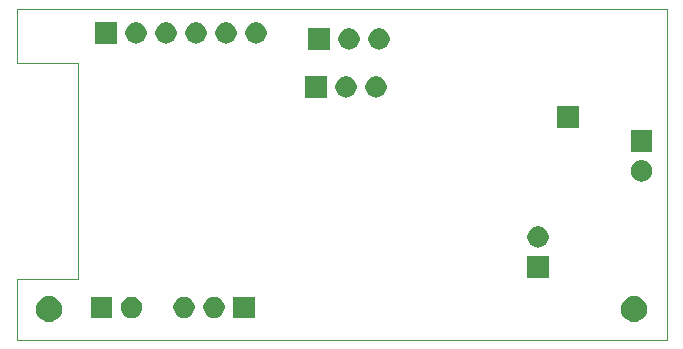
<source format=gbr>
%TF.GenerationSoftware,KiCad,Pcbnew,(5.1.5)-3*%
%TF.CreationDate,2021-03-07T11:31:16-06:00*%
%TF.ProjectId,RTL8720DN multi function board,52544c38-3732-4304-944e-206d756c7469,rev?*%
%TF.SameCoordinates,Original*%
%TF.FileFunction,Soldermask,Bot*%
%TF.FilePolarity,Negative*%
%FSLAX46Y46*%
G04 Gerber Fmt 4.6, Leading zero omitted, Abs format (unit mm)*
G04 Created by KiCad (PCBNEW (5.1.5)-3) date 2021-03-07 11:31:16*
%MOMM*%
%LPD*%
G04 APERTURE LIST*
%ADD10C,0.120000*%
%ADD11C,0.100000*%
G04 APERTURE END LIST*
D10*
X120550000Y-90420000D02*
X120550000Y-108712000D01*
X120550000Y-108712000D02*
X115400000Y-108712000D01*
X115400000Y-90420000D02*
X120550000Y-90420000D01*
X115400000Y-108712000D02*
X115400000Y-113885000D01*
X170400000Y-113885000D02*
X170400000Y-85885000D01*
X115400000Y-113885000D02*
X170400000Y-113885000D01*
X115400000Y-85885000D02*
X115400000Y-90420000D01*
X170400000Y-85885000D02*
X115400000Y-85885000D01*
D11*
G36*
X167854794Y-110172155D02*
G01*
X167961150Y-110193311D01*
X168035239Y-110224000D01*
X168161520Y-110276307D01*
X168341844Y-110396795D01*
X168495205Y-110550156D01*
X168615693Y-110730480D01*
X168615693Y-110730481D01*
X168670249Y-110862189D01*
X168698689Y-110930851D01*
X168741000Y-111143560D01*
X168741000Y-111360440D01*
X168698689Y-111573149D01*
X168615693Y-111773520D01*
X168495205Y-111953844D01*
X168341844Y-112107205D01*
X168161520Y-112227693D01*
X167961150Y-112310689D01*
X167854794Y-112331845D01*
X167748440Y-112353000D01*
X167531560Y-112353000D01*
X167425206Y-112331845D01*
X167318850Y-112310689D01*
X167118480Y-112227693D01*
X166938156Y-112107205D01*
X166784795Y-111953844D01*
X166664307Y-111773520D01*
X166581311Y-111573149D01*
X166539000Y-111360440D01*
X166539000Y-111143560D01*
X166581311Y-110930851D01*
X166609752Y-110862189D01*
X166664307Y-110730481D01*
X166664307Y-110730480D01*
X166784795Y-110550156D01*
X166938156Y-110396795D01*
X167118480Y-110276307D01*
X167244761Y-110224000D01*
X167318850Y-110193311D01*
X167425206Y-110172155D01*
X167531560Y-110151000D01*
X167748440Y-110151000D01*
X167854794Y-110172155D01*
G37*
G36*
X118324794Y-110172155D02*
G01*
X118431150Y-110193311D01*
X118505239Y-110224000D01*
X118631520Y-110276307D01*
X118811844Y-110396795D01*
X118965205Y-110550156D01*
X119085693Y-110730480D01*
X119085693Y-110730481D01*
X119140249Y-110862189D01*
X119168689Y-110930851D01*
X119211000Y-111143560D01*
X119211000Y-111360440D01*
X119168689Y-111573149D01*
X119085693Y-111773520D01*
X118965205Y-111953844D01*
X118811844Y-112107205D01*
X118631520Y-112227693D01*
X118431150Y-112310689D01*
X118324794Y-112331845D01*
X118218440Y-112353000D01*
X118001560Y-112353000D01*
X117895206Y-112331845D01*
X117788850Y-112310689D01*
X117588480Y-112227693D01*
X117408156Y-112107205D01*
X117254795Y-111953844D01*
X117134307Y-111773520D01*
X117051311Y-111573149D01*
X117009000Y-111360440D01*
X117009000Y-111143560D01*
X117051311Y-110930851D01*
X117079752Y-110862189D01*
X117134307Y-110730481D01*
X117134307Y-110730480D01*
X117254795Y-110550156D01*
X117408156Y-110396795D01*
X117588480Y-110276307D01*
X117714761Y-110224000D01*
X117788850Y-110193311D01*
X117895206Y-110172155D01*
X118001560Y-110151000D01*
X118218440Y-110151000D01*
X118324794Y-110172155D01*
G37*
G36*
X135521000Y-112026000D02*
G01*
X133719000Y-112026000D01*
X133719000Y-110224000D01*
X135521000Y-110224000D01*
X135521000Y-112026000D01*
G37*
G36*
X132193512Y-110228927D02*
G01*
X132342812Y-110258624D01*
X132506784Y-110326544D01*
X132654354Y-110425147D01*
X132779853Y-110550646D01*
X132878456Y-110698216D01*
X132946376Y-110862188D01*
X132981000Y-111036259D01*
X132981000Y-111213741D01*
X132946376Y-111387812D01*
X132878456Y-111551784D01*
X132779853Y-111699354D01*
X132654354Y-111824853D01*
X132506784Y-111923456D01*
X132342812Y-111991376D01*
X132193512Y-112021073D01*
X132168742Y-112026000D01*
X131991258Y-112026000D01*
X131966488Y-112021073D01*
X131817188Y-111991376D01*
X131653216Y-111923456D01*
X131505646Y-111824853D01*
X131380147Y-111699354D01*
X131281544Y-111551784D01*
X131213624Y-111387812D01*
X131179000Y-111213741D01*
X131179000Y-111036259D01*
X131213624Y-110862188D01*
X131281544Y-110698216D01*
X131380147Y-110550646D01*
X131505646Y-110425147D01*
X131653216Y-110326544D01*
X131817188Y-110258624D01*
X131966488Y-110228927D01*
X131991258Y-110224000D01*
X132168742Y-110224000D01*
X132193512Y-110228927D01*
G37*
G36*
X129653512Y-110228927D02*
G01*
X129802812Y-110258624D01*
X129966784Y-110326544D01*
X130114354Y-110425147D01*
X130239853Y-110550646D01*
X130338456Y-110698216D01*
X130406376Y-110862188D01*
X130441000Y-111036259D01*
X130441000Y-111213741D01*
X130406376Y-111387812D01*
X130338456Y-111551784D01*
X130239853Y-111699354D01*
X130114354Y-111824853D01*
X129966784Y-111923456D01*
X129802812Y-111991376D01*
X129653512Y-112021073D01*
X129628742Y-112026000D01*
X129451258Y-112026000D01*
X129426488Y-112021073D01*
X129277188Y-111991376D01*
X129113216Y-111923456D01*
X128965646Y-111824853D01*
X128840147Y-111699354D01*
X128741544Y-111551784D01*
X128673624Y-111387812D01*
X128639000Y-111213741D01*
X128639000Y-111036259D01*
X128673624Y-110862188D01*
X128741544Y-110698216D01*
X128840147Y-110550646D01*
X128965646Y-110425147D01*
X129113216Y-110326544D01*
X129277188Y-110258624D01*
X129426488Y-110228927D01*
X129451258Y-110224000D01*
X129628742Y-110224000D01*
X129653512Y-110228927D01*
G37*
G36*
X123456000Y-112026000D02*
G01*
X121654000Y-112026000D01*
X121654000Y-110224000D01*
X123456000Y-110224000D01*
X123456000Y-112026000D01*
G37*
G36*
X125208512Y-110228927D02*
G01*
X125357812Y-110258624D01*
X125521784Y-110326544D01*
X125669354Y-110425147D01*
X125794853Y-110550646D01*
X125893456Y-110698216D01*
X125961376Y-110862188D01*
X125996000Y-111036259D01*
X125996000Y-111213741D01*
X125961376Y-111387812D01*
X125893456Y-111551784D01*
X125794853Y-111699354D01*
X125669354Y-111824853D01*
X125521784Y-111923456D01*
X125357812Y-111991376D01*
X125208512Y-112021073D01*
X125183742Y-112026000D01*
X125006258Y-112026000D01*
X124981488Y-112021073D01*
X124832188Y-111991376D01*
X124668216Y-111923456D01*
X124520646Y-111824853D01*
X124395147Y-111699354D01*
X124296544Y-111551784D01*
X124228624Y-111387812D01*
X124194000Y-111213741D01*
X124194000Y-111036259D01*
X124228624Y-110862188D01*
X124296544Y-110698216D01*
X124395147Y-110550646D01*
X124520646Y-110425147D01*
X124668216Y-110326544D01*
X124832188Y-110258624D01*
X124981488Y-110228927D01*
X125006258Y-110224000D01*
X125183742Y-110224000D01*
X125208512Y-110228927D01*
G37*
G36*
X160413000Y-108597000D02*
G01*
X158611000Y-108597000D01*
X158611000Y-106795000D01*
X160413000Y-106795000D01*
X160413000Y-108597000D01*
G37*
G36*
X159625512Y-104259927D02*
G01*
X159774812Y-104289624D01*
X159938784Y-104357544D01*
X160086354Y-104456147D01*
X160211853Y-104581646D01*
X160310456Y-104729216D01*
X160378376Y-104893188D01*
X160413000Y-105067259D01*
X160413000Y-105244741D01*
X160378376Y-105418812D01*
X160310456Y-105582784D01*
X160211853Y-105730354D01*
X160086354Y-105855853D01*
X159938784Y-105954456D01*
X159774812Y-106022376D01*
X159625512Y-106052073D01*
X159600742Y-106057000D01*
X159423258Y-106057000D01*
X159398488Y-106052073D01*
X159249188Y-106022376D01*
X159085216Y-105954456D01*
X158937646Y-105855853D01*
X158812147Y-105730354D01*
X158713544Y-105582784D01*
X158645624Y-105418812D01*
X158611000Y-105244741D01*
X158611000Y-105067259D01*
X158645624Y-104893188D01*
X158713544Y-104729216D01*
X158812147Y-104581646D01*
X158937646Y-104456147D01*
X159085216Y-104357544D01*
X159249188Y-104289624D01*
X159398488Y-104259927D01*
X159423258Y-104255000D01*
X159600742Y-104255000D01*
X159625512Y-104259927D01*
G37*
G36*
X168388512Y-98671927D02*
G01*
X168537812Y-98701624D01*
X168701784Y-98769544D01*
X168849354Y-98868147D01*
X168974853Y-98993646D01*
X169073456Y-99141216D01*
X169141376Y-99305188D01*
X169176000Y-99479259D01*
X169176000Y-99656741D01*
X169141376Y-99830812D01*
X169073456Y-99994784D01*
X168974853Y-100142354D01*
X168849354Y-100267853D01*
X168701784Y-100366456D01*
X168537812Y-100434376D01*
X168388512Y-100464073D01*
X168363742Y-100469000D01*
X168186258Y-100469000D01*
X168161488Y-100464073D01*
X168012188Y-100434376D01*
X167848216Y-100366456D01*
X167700646Y-100267853D01*
X167575147Y-100142354D01*
X167476544Y-99994784D01*
X167408624Y-99830812D01*
X167374000Y-99656741D01*
X167374000Y-99479259D01*
X167408624Y-99305188D01*
X167476544Y-99141216D01*
X167575147Y-98993646D01*
X167700646Y-98868147D01*
X167848216Y-98769544D01*
X168012188Y-98701624D01*
X168161488Y-98671927D01*
X168186258Y-98667000D01*
X168363742Y-98667000D01*
X168388512Y-98671927D01*
G37*
G36*
X169176000Y-97929000D02*
G01*
X167374000Y-97929000D01*
X167374000Y-96127000D01*
X169176000Y-96127000D01*
X169176000Y-97929000D01*
G37*
G36*
X162953000Y-95897000D02*
G01*
X161151000Y-95897000D01*
X161151000Y-94095000D01*
X162953000Y-94095000D01*
X162953000Y-95897000D01*
G37*
G36*
X145909512Y-91559927D02*
G01*
X146058812Y-91589624D01*
X146222784Y-91657544D01*
X146370354Y-91756147D01*
X146495853Y-91881646D01*
X146594456Y-92029216D01*
X146662376Y-92193188D01*
X146697000Y-92367259D01*
X146697000Y-92544741D01*
X146662376Y-92718812D01*
X146594456Y-92882784D01*
X146495853Y-93030354D01*
X146370354Y-93155853D01*
X146222784Y-93254456D01*
X146058812Y-93322376D01*
X145909512Y-93352073D01*
X145884742Y-93357000D01*
X145707258Y-93357000D01*
X145682488Y-93352073D01*
X145533188Y-93322376D01*
X145369216Y-93254456D01*
X145221646Y-93155853D01*
X145096147Y-93030354D01*
X144997544Y-92882784D01*
X144929624Y-92718812D01*
X144895000Y-92544741D01*
X144895000Y-92367259D01*
X144929624Y-92193188D01*
X144997544Y-92029216D01*
X145096147Y-91881646D01*
X145221646Y-91756147D01*
X145369216Y-91657544D01*
X145533188Y-91589624D01*
X145682488Y-91559927D01*
X145707258Y-91555000D01*
X145884742Y-91555000D01*
X145909512Y-91559927D01*
G37*
G36*
X141617000Y-93357000D02*
G01*
X139815000Y-93357000D01*
X139815000Y-91555000D01*
X141617000Y-91555000D01*
X141617000Y-93357000D01*
G37*
G36*
X143369512Y-91559927D02*
G01*
X143518812Y-91589624D01*
X143682784Y-91657544D01*
X143830354Y-91756147D01*
X143955853Y-91881646D01*
X144054456Y-92029216D01*
X144122376Y-92193188D01*
X144157000Y-92367259D01*
X144157000Y-92544741D01*
X144122376Y-92718812D01*
X144054456Y-92882784D01*
X143955853Y-93030354D01*
X143830354Y-93155853D01*
X143682784Y-93254456D01*
X143518812Y-93322376D01*
X143369512Y-93352073D01*
X143344742Y-93357000D01*
X143167258Y-93357000D01*
X143142488Y-93352073D01*
X142993188Y-93322376D01*
X142829216Y-93254456D01*
X142681646Y-93155853D01*
X142556147Y-93030354D01*
X142457544Y-92882784D01*
X142389624Y-92718812D01*
X142355000Y-92544741D01*
X142355000Y-92367259D01*
X142389624Y-92193188D01*
X142457544Y-92029216D01*
X142556147Y-91881646D01*
X142681646Y-91756147D01*
X142829216Y-91657544D01*
X142993188Y-91589624D01*
X143142488Y-91559927D01*
X143167258Y-91555000D01*
X143344742Y-91555000D01*
X143369512Y-91559927D01*
G37*
G36*
X141871000Y-89293000D02*
G01*
X140069000Y-89293000D01*
X140069000Y-87491000D01*
X141871000Y-87491000D01*
X141871000Y-89293000D01*
G37*
G36*
X143623512Y-87495927D02*
G01*
X143772812Y-87525624D01*
X143936784Y-87593544D01*
X144084354Y-87692147D01*
X144209853Y-87817646D01*
X144308456Y-87965216D01*
X144376376Y-88129188D01*
X144411000Y-88303259D01*
X144411000Y-88480741D01*
X144376376Y-88654812D01*
X144308456Y-88818784D01*
X144209853Y-88966354D01*
X144084354Y-89091853D01*
X143936784Y-89190456D01*
X143772812Y-89258376D01*
X143623512Y-89288073D01*
X143598742Y-89293000D01*
X143421258Y-89293000D01*
X143396488Y-89288073D01*
X143247188Y-89258376D01*
X143083216Y-89190456D01*
X142935646Y-89091853D01*
X142810147Y-88966354D01*
X142711544Y-88818784D01*
X142643624Y-88654812D01*
X142609000Y-88480741D01*
X142609000Y-88303259D01*
X142643624Y-88129188D01*
X142711544Y-87965216D01*
X142810147Y-87817646D01*
X142935646Y-87692147D01*
X143083216Y-87593544D01*
X143247188Y-87525624D01*
X143396488Y-87495927D01*
X143421258Y-87491000D01*
X143598742Y-87491000D01*
X143623512Y-87495927D01*
G37*
G36*
X146163512Y-87495927D02*
G01*
X146312812Y-87525624D01*
X146476784Y-87593544D01*
X146624354Y-87692147D01*
X146749853Y-87817646D01*
X146848456Y-87965216D01*
X146916376Y-88129188D01*
X146951000Y-88303259D01*
X146951000Y-88480741D01*
X146916376Y-88654812D01*
X146848456Y-88818784D01*
X146749853Y-88966354D01*
X146624354Y-89091853D01*
X146476784Y-89190456D01*
X146312812Y-89258376D01*
X146163512Y-89288073D01*
X146138742Y-89293000D01*
X145961258Y-89293000D01*
X145936488Y-89288073D01*
X145787188Y-89258376D01*
X145623216Y-89190456D01*
X145475646Y-89091853D01*
X145350147Y-88966354D01*
X145251544Y-88818784D01*
X145183624Y-88654812D01*
X145149000Y-88480741D01*
X145149000Y-88303259D01*
X145183624Y-88129188D01*
X145251544Y-87965216D01*
X145350147Y-87817646D01*
X145475646Y-87692147D01*
X145623216Y-87593544D01*
X145787188Y-87525624D01*
X145936488Y-87495927D01*
X145961258Y-87491000D01*
X146138742Y-87491000D01*
X146163512Y-87495927D01*
G37*
G36*
X128129512Y-86987927D02*
G01*
X128278812Y-87017624D01*
X128442784Y-87085544D01*
X128590354Y-87184147D01*
X128715853Y-87309646D01*
X128814456Y-87457216D01*
X128882376Y-87621188D01*
X128917000Y-87795259D01*
X128917000Y-87972741D01*
X128882376Y-88146812D01*
X128814456Y-88310784D01*
X128715853Y-88458354D01*
X128590354Y-88583853D01*
X128442784Y-88682456D01*
X128278812Y-88750376D01*
X128129512Y-88780073D01*
X128104742Y-88785000D01*
X127927258Y-88785000D01*
X127902488Y-88780073D01*
X127753188Y-88750376D01*
X127589216Y-88682456D01*
X127441646Y-88583853D01*
X127316147Y-88458354D01*
X127217544Y-88310784D01*
X127149624Y-88146812D01*
X127115000Y-87972741D01*
X127115000Y-87795259D01*
X127149624Y-87621188D01*
X127217544Y-87457216D01*
X127316147Y-87309646D01*
X127441646Y-87184147D01*
X127589216Y-87085544D01*
X127753188Y-87017624D01*
X127902488Y-86987927D01*
X127927258Y-86983000D01*
X128104742Y-86983000D01*
X128129512Y-86987927D01*
G37*
G36*
X123837000Y-88785000D02*
G01*
X122035000Y-88785000D01*
X122035000Y-86983000D01*
X123837000Y-86983000D01*
X123837000Y-88785000D01*
G37*
G36*
X125589512Y-86987927D02*
G01*
X125738812Y-87017624D01*
X125902784Y-87085544D01*
X126050354Y-87184147D01*
X126175853Y-87309646D01*
X126274456Y-87457216D01*
X126342376Y-87621188D01*
X126377000Y-87795259D01*
X126377000Y-87972741D01*
X126342376Y-88146812D01*
X126274456Y-88310784D01*
X126175853Y-88458354D01*
X126050354Y-88583853D01*
X125902784Y-88682456D01*
X125738812Y-88750376D01*
X125589512Y-88780073D01*
X125564742Y-88785000D01*
X125387258Y-88785000D01*
X125362488Y-88780073D01*
X125213188Y-88750376D01*
X125049216Y-88682456D01*
X124901646Y-88583853D01*
X124776147Y-88458354D01*
X124677544Y-88310784D01*
X124609624Y-88146812D01*
X124575000Y-87972741D01*
X124575000Y-87795259D01*
X124609624Y-87621188D01*
X124677544Y-87457216D01*
X124776147Y-87309646D01*
X124901646Y-87184147D01*
X125049216Y-87085544D01*
X125213188Y-87017624D01*
X125362488Y-86987927D01*
X125387258Y-86983000D01*
X125564742Y-86983000D01*
X125589512Y-86987927D01*
G37*
G36*
X130669512Y-86987927D02*
G01*
X130818812Y-87017624D01*
X130982784Y-87085544D01*
X131130354Y-87184147D01*
X131255853Y-87309646D01*
X131354456Y-87457216D01*
X131422376Y-87621188D01*
X131457000Y-87795259D01*
X131457000Y-87972741D01*
X131422376Y-88146812D01*
X131354456Y-88310784D01*
X131255853Y-88458354D01*
X131130354Y-88583853D01*
X130982784Y-88682456D01*
X130818812Y-88750376D01*
X130669512Y-88780073D01*
X130644742Y-88785000D01*
X130467258Y-88785000D01*
X130442488Y-88780073D01*
X130293188Y-88750376D01*
X130129216Y-88682456D01*
X129981646Y-88583853D01*
X129856147Y-88458354D01*
X129757544Y-88310784D01*
X129689624Y-88146812D01*
X129655000Y-87972741D01*
X129655000Y-87795259D01*
X129689624Y-87621188D01*
X129757544Y-87457216D01*
X129856147Y-87309646D01*
X129981646Y-87184147D01*
X130129216Y-87085544D01*
X130293188Y-87017624D01*
X130442488Y-86987927D01*
X130467258Y-86983000D01*
X130644742Y-86983000D01*
X130669512Y-86987927D01*
G37*
G36*
X133209512Y-86987927D02*
G01*
X133358812Y-87017624D01*
X133522784Y-87085544D01*
X133670354Y-87184147D01*
X133795853Y-87309646D01*
X133894456Y-87457216D01*
X133962376Y-87621188D01*
X133997000Y-87795259D01*
X133997000Y-87972741D01*
X133962376Y-88146812D01*
X133894456Y-88310784D01*
X133795853Y-88458354D01*
X133670354Y-88583853D01*
X133522784Y-88682456D01*
X133358812Y-88750376D01*
X133209512Y-88780073D01*
X133184742Y-88785000D01*
X133007258Y-88785000D01*
X132982488Y-88780073D01*
X132833188Y-88750376D01*
X132669216Y-88682456D01*
X132521646Y-88583853D01*
X132396147Y-88458354D01*
X132297544Y-88310784D01*
X132229624Y-88146812D01*
X132195000Y-87972741D01*
X132195000Y-87795259D01*
X132229624Y-87621188D01*
X132297544Y-87457216D01*
X132396147Y-87309646D01*
X132521646Y-87184147D01*
X132669216Y-87085544D01*
X132833188Y-87017624D01*
X132982488Y-86987927D01*
X133007258Y-86983000D01*
X133184742Y-86983000D01*
X133209512Y-86987927D01*
G37*
G36*
X135749512Y-86987927D02*
G01*
X135898812Y-87017624D01*
X136062784Y-87085544D01*
X136210354Y-87184147D01*
X136335853Y-87309646D01*
X136434456Y-87457216D01*
X136502376Y-87621188D01*
X136537000Y-87795259D01*
X136537000Y-87972741D01*
X136502376Y-88146812D01*
X136434456Y-88310784D01*
X136335853Y-88458354D01*
X136210354Y-88583853D01*
X136062784Y-88682456D01*
X135898812Y-88750376D01*
X135749512Y-88780073D01*
X135724742Y-88785000D01*
X135547258Y-88785000D01*
X135522488Y-88780073D01*
X135373188Y-88750376D01*
X135209216Y-88682456D01*
X135061646Y-88583853D01*
X134936147Y-88458354D01*
X134837544Y-88310784D01*
X134769624Y-88146812D01*
X134735000Y-87972741D01*
X134735000Y-87795259D01*
X134769624Y-87621188D01*
X134837544Y-87457216D01*
X134936147Y-87309646D01*
X135061646Y-87184147D01*
X135209216Y-87085544D01*
X135373188Y-87017624D01*
X135522488Y-86987927D01*
X135547258Y-86983000D01*
X135724742Y-86983000D01*
X135749512Y-86987927D01*
G37*
M02*

</source>
